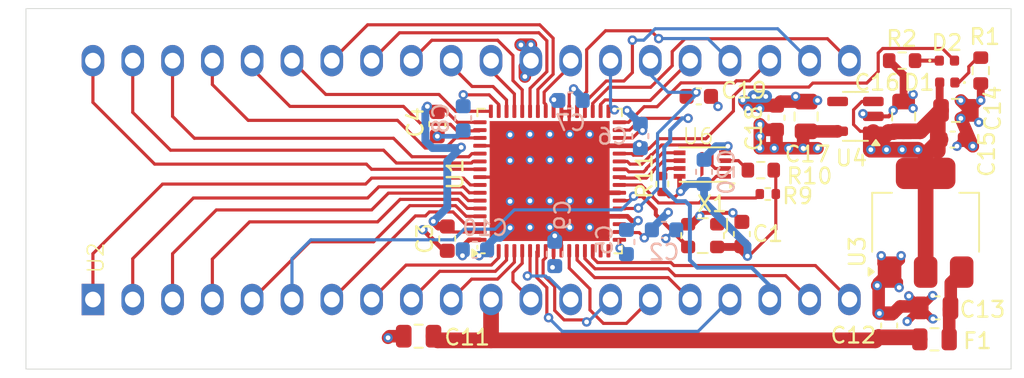
<source format=kicad_pcb>
(kicad_pcb (version 20240108) (generator "pcbnew") (generator_version "8.0")
  (title_block (comment 4 "AISLER Project ID: VUXPCCZR"))
  (layers (0 "F.Cu" signal) (1 "In1.Cu" power "GND.Cu") (2 "In2.Cu" power) (31 "B.Cu" signal) (34 "B.Paste" user) (35 "F.Paste" user) (36 "B.SilkS" user "B.Silkscreen") (37 "F.SilkS" user "F.Silkscreen") (38 "B.Mask" user) (39 "F.Mask" user) (44 "Edge.Cuts" user))
  (net 0 "")
  (net 1 "/prj_io8")
  (net 2 "/prj_io30")
  (net 3 "/prj_io24")
  (net 4 "/prj_io16")
  (net 5 "GND")
  (net 6 "+3V3")
  (net 7 "/prj_io34")
  (net 8 "/prj_io35")
  (net 9 "/prj_io21")
  (net 10 "/prj_io28")
  (net 11 "gpio")
  (net 12 "flash_io0")
  (net 13 "/prj_io33")
  (net 14 "/prj_io29")
  (net 15 "/prj_io22")
  (net 16 "+1V8")
  (net 17 "/prj_io15")
  (net 18 "/prj_io17")
  (net 19 "~{SOC_RST}")
  (net 20 "/prj_io9")
  (net 21 "/prj_io12")
  (net 22 "/prj_io20")
  (net 23 "flash_csb")
  (net 24 "osc_out")
  (net 25 "/prj_io23")
  (net 26 "/prj_io37")
  (net 27 "/prj_io26")
  (net 28 "flash_io1")
  (net 29 "flash_clk")
  (net 30 "/prj_io25")
  (net 31 "/prj_io31")
  (net 33 "/prj_io13")
  (net 34 "/prj_io7")
  (net 35 "/prj_io10")
  (net 36 "/prj_io36")
  (net 37 "/prj_io19")
  (net 38 "/prj_io14")
  (net 39 "/prj_io11")
  (net 40 "/prj_io27")
  (net 41 "/prj_io18")
  (net 42 "/prj_io32")
  (net 43 "/prj_io6")
  (net 44 "/prj_io4")
  (net 45 "/prj_io5")
  (net 46 "/prj_io1")
  (net 47 "/prj_io0")
  (net 48 "/prj_io2")
  (net 49 "/prj_io3")
  (net 50 "+5V")
  (net 51 "Net-(D1-K)")
  (net 52 "Net-(D2-K)")
  (net 55 "/VIN")
  (net 56 "Net-(U6-~{WP}(IO_{2}))")
  (net 57 "Net-(U6-~{HOLD}(IO_{3}))")
  (footprint "Oscillator:Oscillator_SMD_ECS_2520MV-xxx-xx-4Pin_2.5x2.0mm" (layer "F.Cu") (at 157.77 86.9812 -90)
    (property "Reference" "X1")
    (property "Value" "10MHz")
  )
  (footprint "Capacitor_SMD:C_0603_1608Metric" (layer "F.Cu") (at 169.672 92.723 90)
    (property "Reference" "C12")
    (property "Value" "100nF")
  )
  (footprint "KiCadModels:IC_ADAPTER_ 220-1-40-006" (layer "F.Cu") (at 118.872 91.059 90)
    (property "Reference" "U2")
    (property "Value" "Z80CPU")
  )
  (footprint "Capacitor_SMD:C_0603_1608Metric" (layer "F.Cu") (at 157.525 78.1)
    (property "Reference" "C19")
    (property "Value" "1uF")
  )
  (footprint "Capacitor_SMD:C_0603_1608Metric" (layer "F.Cu") (at 141.478 87.175 90)
    (property "Reference" "C3")
    (property "Value" "100nF")
  )
  (footprint "Capacitor_SMD:C_0805_2012Metric" (layer "F.Cu") (at 172.632 91.594 180)
    (property "Reference" "C13")
    (property "Value" "10uF")
  )
  (footprint "Capacitor_SMD:C_0805_2012Metric" (layer "F.Cu") (at 139.65 93.4 180)
    (property "Reference" "C11")
    (property "Value" "10uF")
  )
  (footprint "Capacitor_SMD:C_0603_1608Metric" (layer "F.Cu") (at 160.274 86.881 -90)
    (property "Reference" "C1")
    (property "Value" "100nF")
  )
  (footprint "Package_TO_SOT_SMD:SOT-223-3_TabPin2" (layer "F.Cu") (at 171.99654 86.160941 90)
    (property "Reference" "U3")
    (property "Value" "AZ1117-3.3")
  )
  (footprint "Resistor_SMD:R_0603_1608Metric" (layer "F.Cu") (at 175.513 76.454 -90)
    (property "Reference" "R1")
    (property "Value" "3k3")
  )
  (footprint "Package_TO_SOT_SMD:SOT-23-5" (layer "F.Cu") (at 167.5185 79.375 180)
    (property "Reference" "U4")
    (property "Value" "AP2112K-1.8")
  )
  (footprint "Capacitor_SMD:C_0805_2012Metric" (layer "F.Cu") (at 164.369 79.383 90)
    (property "Reference" "C17")
    (property "Value" "10uF")
  )
  (footprint "Fuse:Fuse_0805_2012Metric" (layer "F.Cu") (at 172.5625 93.6)
    (property "Reference" "F1")
    (property "Value" "350mA")
  )
  (footprint "Resistor_SMD:R_0603_1608Metric" (layer "F.Cu") (at 170.497 75.819 180)
    (property "Reference" "R2")
    (property "Value" "3k3")
  )
  (footprint "Capacitor_SMD:C_0805_2012Metric" (layer "F.Cu") (at 170.592 79.378 90)
    (property "Reference" "C16")
    (property "Value" "10uF")
  )
  (footprint "Resistor_SMD:R_0402_1005Metric" (layer "F.Cu") (at 155.2 83.691 -90)
    (property "Reference" "R11")
    (property "Value" "10k")
  )
  (footprint "Capacitor_SMD:C_0603_1608Metric" (layer "F.Cu") (at 162.4838 79.4636 90)
    (property "Reference" "C18")
    (property "Value" "100nF")
  )
  (footprint "Capacitor_SMD:C_0805_2012Metric" (layer "F.Cu") (at 173.929 78.994)
    (property "Reference" "C14")
    (property "Value" "22uF")
  )
  (footprint "LED_SMD:LED_0402_1005Metric" (layer "F.Cu") (at 173.378 77.216 180)
    (property "Reference" "D1")
    (property "Value" "LED")
  )
  (footprint "Package_DFN_QFN:QFN-64-1EP_9x9mm_P0.5mm_EP7.65x7.65mm" (layer "F.Cu") (at 148.01 83.5008 90)
    (property "Reference" "U1")
    (property "Value" "Caravel_QFN" (hide yes))
  )
  (footprint "Capacitor_SMD:C_0603_1608Metric" (layer "F.Cu") (at 173.722 80.854)
    (property "Reference" "C15")
    (property "Value" "100nF")
  )
  (footprint "Resistor_SMD:R_0402_1005Metric" (layer "F.Cu") (at 161.927 84.328 180)
    (property "Reference" "R9")
    (property "Value" "10k")
  )
  (footprint "KiCadModels:UDFN-8-1EP-2x3mm_P0.5mm_EP1.6x0.2mm" (layer "F.Cu") (at 157.725 82.45 90)
    (property "Reference" "U6")
    (property "Value" "AT25EU0081A" (hide yes))
  )
  (footprint "Capacitor_SMD:C_0603_1608Metric" (layer "F.Cu") (at 140.843 79.87 -90)
    (property "Reference" "C4")
    (property "Value" "100nF")
  )
  (footprint "LED_SMD:LED_0402_1005Metric" (layer "F.Cu") (at 173.354 75.819)
    (property "Reference" "D2")
    (property "Value" "LED")
  )
  (footprint "Resistor_SMD:R_0603_1608Metric" (layer "F.Cu") (at 161.481 82.804)
    (property "Reference" "R10")
    (property "Value" "10k")
  )
  (footprint "Capacitor_SMD:C_0603_1608Metric" (layer "B.Cu") (at 149.339 78.359)
    (property "Reference" "C7")
    (property "Value" "100nF")
  )
  (footprint "Capacitor_SMD:C_0603_1608Metric" (layer "B.Cu") (at 148.336 88.151 90)
    (property "Reference" "C9")
    (property "Value" "100nF")
  )
  (footprint "Capacitor_SMD:C_0603_1608Metric" (layer "B.Cu") (at 152.908 87.389 -90)
    (property "Reference" "C5")
    (property "Value" "100nF")
  )
  (footprint "Capacitor_SMD:C_0603_1608Metric" (layer "B.Cu") (at 155.308 86.614)
    (property "Reference" "C2")
    (property "Value" "100nF")
  )
  (footprint "Capacitor_SMD:C_0603_1608Metric" (layer "B.Cu") (at 157.861 82.918 90)
    (property "Reference" "C20")
    (property "Value" "100nF")
  )
  (footprint "Capacitor_SMD:C_0603_1608Metric" (layer "B.Cu") (at 142.494 79.5 -90)
    (property "Reference" "C8")
    (property "Value" "100nF")
  )
  (footprint "Capacitor_SMD:C_0603_1608Metric" (layer "B.Cu") (at 153.797 80.632 -90)
    (property "Reference" "C6")
    (property "Value" "100nF")
  )
  (footprint "Capacitor_SMD:C_0603_1608Metric" (layer "B.Cu") (at 143.243 87.884 180)
    (property "Reference" "C10")
    (property "Value" "100nF")
  )
  (gr_rect (start 114.6 72.5) (end 177.45 95.5) (stroke (width 0.05)) (fill none) (layer "Edge.Cuts"))
  (segment (start 147.26 79.0508) (end 147.26 77.659184) (width 0.2) (layer "F.Cu") (net 1))
  (segment (start 147.377686 73.533) (end 136.398 73.533) (width 0.2) (layer "F.Cu") (net 1))
  (segment (start 148.232 74.387314) (end 147.377686 73.533) (width 0.2) (layer "F.Cu") (net 1))
  (segment (start 148.232 76.687184) (end 148.232 74.387314) (width 0.2) (layer "F.Cu") (net 1))
  (segment (start 147.26 77.659184) (end 148.232 76.687184) (width 0.2) (layer "F.Cu") (net 1))
  (segment (start 136.398 73.533) (end 134.112 75.819) (width 0.2) (layer "F.Cu") (net 1))
  (segment (start 147.832 92.110028) (end 147.939486 92.217514) (width 0.2) (layer "F.Cu") (net 2))
  (segment (start 147.26 87.9508) (end 147.193 88.0178) (width 0.2) (layer "F.Cu") (net 2))
  (segment (start 147.193 88.0178) (end 147.193 89.662) (width 0.2) (layer "F.Cu") (net 2))
  (segment (start 147.832 90.301) (end 147.832 92.110028) (width 0.2) (layer "F.Cu") (net 2))
  (segment (start 147.193 89.662) (end 147.832 90.301) (width 0.2) (layer "F.Cu") (net 2))
  (via (at 147.939486 92.217514) (size 0.6) (drill 0.3) (layers "F.Cu" "B.Cu") (net 2))
  (segment (start 147.939486 92.217514) (end 148.812972 93.091) (width 0.2) (layer "B.Cu") (net 2))
  (segment (start 148.812972 93.091) (end 157.48 93.091) (width 0.2) (layer "B.Cu") (net 2))
  (segment (start 157.48 93.091) (end 159.512 91.059) (width 0.2) (layer "B.Cu") (net 2))
  (segment (start 143.56 86.2508) (end 142.62237 86.2508) (width 0.2) (layer "F.Cu") (net 3))
  (segment (start 142.62237 86.2508) (end 141.84257 85.471) (width 0.2) (layer "F.Cu") (net 3))
  (segment (start 139.446 85.725) (end 134.112 91.059) (width 0.2) (layer "F.Cu") (net 3))
  (segment (start 141.84257 85.471) (end 140.340471 85.471) (width 0.2) (layer "F.Cu") (net 3))
  (segment (start 140.340471 85.471) (end 140.086471 85.725) (width 0.2) (layer "F.Cu") (net 3))
  (segment (start 140.086471 85.725) (end 139.446 85.725) (width 0.2) (layer "F.Cu") (net 3))
  (segment (start 139.2278 81.9508) (end 142.854928 81.9508) (width 0.2) (layer "F.Cu") (net 4))
  (segment (start 143.054928 81.7508) (end 143.56 81.7508) (width 0.2) (layer "F.Cu") (net 4))
  (segment (start 123.952 75.819) (end 123.952 79.375) (width 0.2) (layer "F.Cu") (net 4))
  (segment (start 123.952 79.375) (end 125.349 80.772) (width 0.2) (layer "F.Cu") (net 4))
  (segment (start 125.349 80.772) (end 138.049 80.772) (width 0.2) (layer "F.Cu") (net 4))
  (segment (start 142.854928 81.9508) (end 143.054928 81.7508) (width 0.2) (layer "F.Cu") (net 4))
  (segment (start 138.049 80.772) (end 139.2278 81.9508) (width 0.2) (layer "F.Cu") (net 4))
  (segment (start 157.584669 85.725) (end 157.053469 86.2562) (width 0.5) (layer "F.Cu") (net 5))
  (segment (start 148.76 79.7834) (end 148.0254 80.518) (width 0.2) (layer "F.Cu") (net 5))
  (segment (start 174.497 80.854) (end 175.006 81.28) (width 0.8) (layer "F.Cu") (net 5))
  (segment (start 148.76 87.9508) (end 148.76 87.419) (width 0.2) (layer "F.Cu") (net 5))
  (segment (start 169.164 88.778401) (end 169.69654 89.310941) (width 0.5) (layer "F.Cu") (net 5))
  (segment (start 158.75 78.55) (end 158.3 78.1) (width 0.2) (layer "F.Cu") (net 5))
  (segment (start 169.69654 89.310941) (end 169 90.007481) (width 0.8) (layer "F.Cu") (net 5))
  (segment (start 158.75 78.74) (end 158.75 78.55) (width 0.2) (layer "F.Cu") (net 5))
  (segment (start 169.926 91.948) (end 169.048 91.948) (width 0.8) (layer "F.Cu") (net 5))
  (segment (start 172.44816 90.82784) (end 171.682 91.594) (width 0.5) (layer "F.Cu") (net 5))
  (segment (start 170.307 89.921401) (end 169.69654 89.310941) (width 0.5) (layer "F.Cu") (net 5))
  (segment (start 152.46 81.2508) (end 150.26 81.2508) (width 0.3) (layer "F.Cu") (net 5))
  (segment (start 146.812 75.454) (end 146.812 75.454) (width 0.8) (layer "F.Cu") (net 5))
  (segment (start 148.76 86.3236) (end 148.4064 85.97) (width 0.2) (layer "F.Cu") (net 5))
  (segment (start 143.56 83.2508) (end 146.5536 83.2508) (width 0.2) (layer "F.Cu") (net 5))
  (segment (start 159.6972 85.5292) (end 157.780469 85.5292) (width 0.254) (layer "F.Cu") (net 5))
  (segment (start 153.645688 81.2508) (end 152.46 81.2508) (width 0.3) (layer "F.Cu") (net 5))
  (segment (start 146.431 76.2) (end 146.812 75.819) (width 0.8) (layer "F.Cu") (net 5))
  (segment (start 175.514 77.28) (end 175.513 77.279) (width 0.5) (layer "F.Cu") (net 5))
  (segment (start 168.656 79.375) (end 168.163601 79.375) (width 0.254) (layer "F.Cu") (net 5))
  (segment (start 152.46 85.7508) (end 150.26 85.7508) (width 0.3) (layer "F.Cu") (net 5))
  (segment (start 174.879 78.994) (end 174.244 78.359) (width 0.8) (layer "F.Cu") (net 5))
  (segment (start 168.91 90.17) (end 169 90.26) (width 0.8) (layer "F.Cu") (net 5))
  (segment (start 172.384 92.296) (end 171.682 91.594) (width 0.5) (layer "F.Cu") (net 5))
  (segment (start 164.369 78.433) (end 162.7394 78.433) (width 0.8) (layer "F.Cu") (net 5))
  (segment (start 174.497 79.376) (end 174.879 78.994) (width 0.8) (layer "F.Cu") (net 5))
  (segment (start 159.385 81.28) (end 159.2 81.465) (width 0.5) (layer "F.Cu") (net 5))
  (segment (start 162.7394 78.433) (end 162.4838 78.6886) (width 0.8) (layer "F.Cu") (net 5))
  (segment (start 144.26 87.9508) (end 143.82 87.9508) (width 0.254) (layer "F.Cu") (net 5))
  (segment (start 175.514 78.359) (end 175.514 77.28) (width 0.5) (layer "F.Cu") (net 5))
  (segment (start 175.006 81.28) (end 174.244 79.502) (width 0.8) (layer "F.Cu") (net 5))
  (segment (start 169.926 79.094) (end 169.926 78.994) (width 0.254) (layer "F.Cu") (net 5))
  (segment (start 148.76 85.6164) (end 148.4064 84.573) (width 0.2) (layer "F.Cu") (net 5))
  (segment (start 146.161 74.803) (end 146.177 74.819) (width 0.8) (layer "F.Cu") (net 5))
  (segment (start 174.879 78.994) (end 175.514 78.359) (width 0.5) (layer "F.Cu") (net 5))
  (segment (start 170.434 88.265) (end 170.434 88.573481) (width 0.5) (layer "F.Cu") (net 5))
  (segment (start 168.163601 79.375) (end 167.997244 79.208643) (width 0.254) (layer "F.Cu") (net 5))
  (segment (start 152.46 84.2508) (end 148.76 84.2508) (width 0.3) (layer "F.Cu") (net 5))
  (segment (start 148.76 79.0508) (end 148.76 79.7834) (width 0.2) (layer "F.Cu") (net 5))
  (segment (start 171.7 91.5) (end 170.374 91.5) (width 0.8) (layer "F.Cu") (net 5))
  (segment (start 170.82 92.456) (end 171.682 91.594) (width 0.5) (layer "F.Cu") (net 5))
  (segment (start 137.8 93.4) (end 137.7 93.5) (width 0.8) (layer "F.Cu") (net 5))
  (segment (start 169.164 88.265) (end 169.164 88.778401) (width 0.5) (layer "F.Cu") (net 5))
  (segment (start 148.76 79.0508) (end 149.26 79.0508) (width 0.2) (layer "F.Cu") (net 5))
  (segment (start 170.924 90.772) (end 170.924 90.836) (width 0.5) (layer "F.Cu") (net 5))
  (segment (start 162.4838 78.6886) (end 160.694311 78.6886) (width 0.8) (layer "F.Cu") (net 5))
  (segment (start 139.92428 86.604918) (end 141.269362 87.95) (width 0.3) (layer "F.Cu") (net 5))
  (segment (start 146.812 75.454) (end 146.812 74.803) (width 0.8) (layer "F.Cu") (net 5))
  (segment (start 160.694311 78.6886) (end 160.435997 78.430286) (width 0.8) (layer "F.Cu") (net 5))
  (segment (start 146.431 76.835) (end 146.431 76.2) (width 0.8) (layer "F.Cu") (net 5))
  (segment (start 138.7 93.4) (end 137.8 93.4) (width 0.8) (layer "F.Cu") (net 5))
  (segment (start 143.56 81.2508) (end 145.76 81.2508) (width 0.2) (layer "F.Cu") (net 5))
  (segment (start 170.374 91.5) (end 169.926 91.948) (width 0.8) (layer "F.Cu") (net 5))
  (segment (start 172.44816 90.809255) (end 172.44816 90.82784) (width 0.5) (layer "F.Cu") (net 5))
  (segment (start 169.048 91.948) (end 169 91.9) (width 0.8) (layer "F.Cu") (net 5))
  (segment (start 141.269362 87.95) (end 141.478 87.95) (width 0.3) (layer "F.Cu") (net 5))
  (segment (start 170.924 90.836) (end 171.682 91.594) (width 0.5) (layer "F.Cu") (net 5))
  (segment (start 145.3062 83.2508) (end 143.56 83.2508) (width 0.2) (layer "F.Cu") (net 5))
  (segment (start 170.307 90.297) (end 170.307 89.921401) (width 0.5) (layer "F.Cu") (net 5))
  (segment (start 170.434 88.573481) (end 169.69654 89.310941) (width 0.5) (layer "F.Cu") (net 5))
  (segment (start 157.780469 85.5292) (end 157.584669 85.725) (width 0.254) (layer "F.Cu") (net 5))
  (segment (start 174.244 79.502) (end 174.497 79.376) (width 0.8) (layer "F.Cu") (net 5))
  (segment (start 172.466 92.296) (end 172.384 92.296) (width 0.5) (layer "F.Cu") (net 5))
  (segment (start 169 90.26) (end 169 91.9) (width 0.8) (layer "F.Cu") (net 5))
  (segment (start 169 90.007481) (end 169 90.08) (width 0.8) (layer "F.Cu") (net 5))
  (segment (start 149.26 79.0508) (end 149.26 80.4826) (width 0.2) (layer "F.Cu") (net 5))
  (segment (start 173.995 81.28) (end 174.421 80.854) (width 0.5) (layer "F.Cu") (net 5))
  (segment (start 168.656 79.375) (end 169.645 79.375) (width 0.254) (layer "F.Cu") (net 5))
  (segment (start 148.4064 84.573) (end 148.76 84.2508) (width 0.2) (layer "F.Cu") (net 5))
  (segment (start 148.4064 85.97) (end 148.76 85.6164) (width 0.2) (layer "F.Cu") (net 5))
  (segment (start 157.053469 86.2562) (end 156.845 86.2562) (width 0.5) (layer "F.Cu") (net 5))
  (segment (start 152.970096 85.7508) (end 152.46 85.7508) (width 0.3) (layer "F.Cu") (net 5))
  (segment (start 153.652471 86.024665) (end 153.243961 86.024665) (width 0.3) (layer "F.Cu") (net 5))
  (segment (start 148.76 87.9508) (end 148.76 86.3236) (width 0.2) (layer "F.Cu") (net 5))
  (segment (start 143.82 87.9508) (end 143.51 88.2608) (width 0.254) (layer "F.Cu") (net 5))
  (segment (start 170.026 78.994) (end 170.592 78.428) (width 0.254) (layer "F.Cu") (net 5))
  (segment (start 169.926 78.994) (end 170.026 78.994) (width 0.254) (layer "F.Cu") (net 5))
  (segment (start 153.243961 86.024665) (end 152.970096 85.7508) (width 0.3) (layer "F.Cu") (net 5))
  (segment (start 169.645 79.375) (end 169.926 79.094) (width 0.254) (layer "F.Cu") (net 5))
  (segment (start 169 90.08) (end 168.91 90.17) (width 0.8) (layer "F.Cu") (net 5))
  (segment (start 160.274 86.106) (end 159.6972 85.5292) (width 0.254) (layer "F.Cu") (net 5))
  (segment (start 170.592 76.739) (end 169.672 75.819) (width 0.5) (layer "F.Cu") (net 5))
  (segment (start 153.721344 81.175144) (end 153.645688 81.2508) (width 0.3) (layer "F.Cu") (net 5))
  (segment (start 159.2 81.465) (end 159.2 81.6) (width 0.5) (layer "F.Cu") (net 5))
  (segment (start 146.812 74.803) (end 146.161 74.803) (width 0.8) (layer "F.Cu") (net 5))
  (segment (start 149.26 80.4826) (end 149.2954 80.518) (width 0.2) (layer "F.Cu") (net 5))
  (segment (start 146.812 75.819) (end 146.812 75.454) (width 0.8) (layer "F.Cu") (net 5))
  (segment (start 170.592 78.428) (end 170.592 76.739) (width 0.5) (layer "F.Cu") (net 5))
  (segment (start 149.26 77.902982) (end 149.26 79.0508) (width 0.2) (layer "F.Cu") (net 5))
  (segment (start 149.54 77.622982) (end 149.26 77.902982) (width 0.2) (layer "F.Cu") (net 5))
  (segment (start 148.76 87.419) (end 148.336 86.995) (width 0.2) (layer "F.Cu") (net 5))
  (via (at 149.2954 84.7635) (size 0.55) (drill 0.3) (layers "F.Cu" "B.Cu") (net 5))
  (via (at 150.5654 82.16) (size 0.55) (drill 0.3) (layers "F.Cu" "B.Cu") (net 5))
  (via (at 149.54 77.622982) (size 0.6) (drill 0.3) (layers "F.Cu" "B.Cu") (net 5))
  (via (at 172.44816 90.809255) (size 0.6) (drill 0.3) (layers "F.Cu" "B.Cu") (net 5))
  (via (at 160.335997 78.330286) (size 0.6) (drill 0.3) (layers "F.Cu" "B.Cu") (net 5))
  (via (at 146.812 74.803) (size 0.6) (drill 0.3) (layers "F.Cu" "B.Cu") (net 5))
  (via (at 161.036 78.105) (size 0.6) (drill 0.3) (layers "F.Cu" "B.Cu") (net 5))
  (via (at 148.0254 86.45525) (size 0.55) (drill 0.3) (layers "F.Cu" "B.Cu") (net 5))
  (via (at 157.584669 85.725) (size 0.6) (drill 0.3) (layers "F.Cu" "B.Cu") (net 5))
  (via (at 163.703 78.105) (size 0.6) (drill 0.3) (layers "F.Cu" "B.Cu") (net 5))
  (via (at 169.048 91.948) (size 0.6) (drill 0.3) (layers "F.Cu" "B.Cu") (net 5))
  (via (at 170.924 90.836) (size 0.6) (drill 0.3) (layers "F.Cu" "B.Cu") (net 5))
  (via (at 169.926 78.994) (size 0.6) (drill 0.3) (layers "F.Cu" "B.Cu") (net 5))
  (via (at 170.307 90.297) (size 0.6) (drill 0.3) (layers "F.Cu" "B.Cu") (net 5))
  (via (at 140.843 80.645) (size 0.6) (drill 0.3) (layers "F.Cu" "B.Cu") (net 5))
  (via (at 158.75 78.74) (size 0.6) (drill 0.3) (layers "F.Cu" "B.Cu") (net 5))
  (via (at 149.2954 80.518) (size 0.55) (drill 0.3) (layers "F.Cu" "B.Cu") (net 5))
  (via (at 146.7554 86.45525) (size 0.55) (drill 0.3) (layers "F.Cu" "B.Cu") (net 5))
  (via (at 148.336 86.995) (size 0.6) (drill 0.3) (layers "F.Cu" "B.Cu") (net 5))
  (via (at 153.721344 81.175144) (size 0.6) (drill 0.3) (layers "F.Cu" "B.Cu") (net 5))
  (via (at 150.5654 80.518) (size 0.55) (drill 0.3) (layers "F.Cu" "B.Cu") (net 5))
  (via (at 149.2954 86.45525) (size 0.55) (drill 0.3) (layers "F.Cu" "B.Cu") (net 5))
  (via (at 146.7554 84.7635) (size 0.55) (drill 0.3) (layers "F.Cu" "B.Cu") (net 5))
  (via (at 148.0254 80.518) (size 0.55) (drill 0.3) (layers "F.Cu" "B.Cu") (net 5))
  (via (at 146.431 76.835) (size 0.6) (drill 0.3) (layers "F.Cu" "B.Cu") (net 5))
  (via (at 161.417 78.867) (size 0.6) (drill 0.3) (layers "F.Cu" "B.Cu") (net 5))
  (via (at 148.0254 82.16) (size 0.55) (drill 0.3) (layers "F.Cu" "B.Cu") (net 5))
  (via (at 146.7554 82.16) (size 0.55) (drill 0.3) (layers "F.Cu" "B.Cu") (net 5))
  (via (at 143.51 88.2608) (size 0.6) (drill 0.3) (layers "F.Cu" "B.Cu") (net 5))
  (via (at 146.7554 80.518) (size 0.55) (drill 0.3) (layers "F.Cu" "B.Cu") (net 5))
  (via (at 153.652471 86.024665) (size 0.6) (drill 0.3) (layers "F.Cu" "B.Cu") (net 5))
  (via (at 145.4854 80.54975) (size 0.55) (drill 0.3) (layers "F.Cu" "B.Cu") (net 5))
  (via (at 171.196 77.978) (size 0.6) (drill 0.3) (layers "F.Cu" "B.Cu") (net 5))
  (via (at 150.5654 86.45525) (size 0.55) (drill 0.3) (layers "F.Cu" "B.Cu") (net 5))
  (via (at 169.164 88.265) (size 0.6) (drill 0.3) (layers "F.Cu" "B.Cu") (net 5))
  (via (at 175.006 81.28) (size 0.6) (drill 0.3) (layers "F.Cu" "B.Cu") (net 5))
  (via (at 137.7 93.5) (size 0.6) (drill 0.3) (layers "F.Cu" "B.Cu") (net 5))
  (via (at 145.4854 82.19175) (size 0.55) (drill 0.3) (layers "F.Cu" "B.Cu") (net 5))
  (via (at 170.82 92.456) (size 0.6) (drill 0.3) (layers "F.Cu" "B.Cu") (net 5))
  (via (at 167.997244 79.208643) (size 0.6) (drill 0.3) (layers "F.Cu" "B.Cu") (net 5))
  (via (at 148.0254 84.7635) (size 0.55) (drill 0.3) (layers "F.Cu" "B.Cu") (net 5))
  (via (at 160.655 78.867) (size 0.6) (drill 0.3) (layers "F.Cu" "B.Cu") (net 5))
  (via (at 168.91 90.17) (size 0.6) (drill 0.3) (layers "F.Cu" "B.Cu") (net 5))
  (via (at 161.798 78.105) (size 0.6) (drill 0.3) (layers "F.Cu" "B.Cu") (net 5))
  (via (at 174.244 78.359) (size 0.6) (drill 0.3) (layers "F.Cu" "B.Cu") (net 5))
  (via (at 175.514 78.359) (size 0.6) (drill 0.3) (layers "F.Cu" "B.Cu") (net 5))
  (via (at 139.92428 86.604918) (size 0.6) (drill 0.3) (layers "F.Cu" "B.Cu") (net 5))
  (via (at 175.387 79.756) (size 0.6) (drill 0.3) (layers "F.Cu" "B.Cu") (net 5))
  (via (at 159.385 81.28) (size 0.6) (drill 0.3) (layers "F.Cu" "B.Cu") (net 5))
  (via (at 145.4854 84.79525) (size 0.55) (drill 0.3) (layers "F.Cu" "B.Cu") (net 5))
  (via (at 171.196 78.867) (size 0.6) (drill 0.3) (layers "F.Cu" "B.Cu") (net 5))
  (via (at 145.4854 86.487) (size 0.55) (drill 0.3) (layers "F.Cu" "B.Cu") (net 5))
  (via (at 155.4199 87.167813) (size 0.6) (drill 0.3) (layers "F.Cu" "B.Cu") (net 5))
  (via (at 170.434 88.265) (size 0.6) (drill 0.3) (layers "F.Cu" "B.Cu") (net 5))
  (via (at 150.5654 84.7635) (size 0.55) (drill 0.3) (layers "F.Cu" "B.Cu") (net 5))
  (via (at 165.1 78.359) (size 0.6) (drill 0.3) (layers "F.Cu" "B.Cu") (net 5))
  (via (at 149.2954 82.16) (size 0.55) (drill 0.3) (layers "F.Cu" "B.Cu") (net 5))
  (via (at 174.244 79.502) (size 0.6) (drill 0.3) (layers "F.Cu" "B.Cu") (net 5))
  (via (at 146.177 74.819) (size 0.6) (drill 0.3) (layers "F.Cu" "B.Cu") (net 5))
  (via (at 173.995 81.28) (size 0.6) (drill 0.3) (layers "F.Cu" "B.Cu") (net 5))
  (via (at 159.6972 85.5292) (size 0.6) (drill 0.3) (layers "F.Cu" "B.Cu") (net 5))
  (via (at 172.466 92.296) (size 0.6) (drill 0.3) (layers "F.Cu" "B.Cu") (net 5))
  (segment (start 155.973713 86.614) (end 155.4199 87.167813) (width 0.2) (layer "B.Cu") (net 5))
  (segment (start 156.083 86.614) (end 155.973713 86.614) (width 0.2) (layer "B.Cu") (net 5))
  (segment (start 159.385 81.28) (end 158.623 81.28) (width 0.5) (layer "B.Cu") (net 5))
  (segment (start 144.526 87.122) (end 144.8504 87.122) (width 0.5) (layer "B.Cu") (net 5))
  (segment (start 150.114 78.196982) (end 150.114 78.359) (width 0.5) (layer "B.Cu") (net 5))
  (segment (start 149.54 77.622982) (end 150.114 78.196982) (width 0.5) (layer "B.Cu") (net 5))
  (segment (start 158.623 81.28) (end 157.861 82.042) (width 0.5) (layer "B.Cu") (net 5))
  (segment (start 153.652471 86.024665) (end 153.063136 86.614) (width 0.254) (layer "B.Cu") (net 5))
  (segment (start 144.018 87.884) (end 144.018 87.63) (width 0.5) (layer "B.Cu") (net 5))
  (segment (start 144.018 87.63) (end 144.526 87.122) (width 0.5) (layer "B.Cu") (net 5))
  (segment (start 142.124 80.645) (end 142.494 80.275) (width 0.3) (layer "B.Cu") (net 5))
  (segment (start 160.810714 78.330286) (end 161.036 78.105) (width 0.2) (layer "B.Cu") (net 5))
  (segment (start 157.861 82.042) (end 157.861 82.143) (width 0.5) (layer "B.Cu") (net 5))
  (segment (start 144.8504 87.122) (end 145.4854 86.487) (width 0.5) (layer "B.Cu") (net 5))
  (segment (start 160.335997 78.330286) (end 160.810714 78.330286) (width 0.2) (layer "B.Cu") (net 5))
  (segment (start 161.036 78.105) (end 161.798 78.105) (width 0.8) (layer "B.Cu") (net 5))
  (segment (start 153.063136 86.614) (end 152.908 86.614) (width 0.254) (layer "B.Cu") (net 5))
  (segment (start 140.843 80.645) (end 142.124 80.645) (width 0.3) (layer "B.Cu") (net 5))
  (segment (start 172.979 78.994) (end 171.645 80.328) (width 1) (layer "F.Cu") (net 6))
  (segment (start 160.715529 88.291) (end 160.6296 88.291) (width 0.2) (layer "F.Cu") (net 6))
  (segment (start 156.3622 84.1622) (end 156.0244 84.5) (width 0.2) (layer "F.Cu") (net 6))
  (segment (start 156.3 83.2) (end 156.3 84.1) (width 0.3) (layer "F.Cu") (net 6))
  (segment (start 168.656 78.425) (end 167.932358 78.425) (width 0.2) (layer "F.Cu") (net 6))
  (segment (start 168.5 80.531) (end 168.656 80.375) (width 1) (layer "F.Cu") (net 6))
  (segment (start 169.5 81.5) (end 170.5 81.5) (width 1) (layer "F.Cu") (net 6))
  (segment (start 144.76 79.0508) (end 144.76 78.611414) (width 0.2) (layer "F.Cu") (net 6))
  (segment (start 162.437 82.935) (end 162.306 82.804) (width 0.2) (layer "F.Cu") (net 6))
  (segment (start 142.448906 88.26102) (end 142.448906 87.675094) (width 0.3) (layer "F.Cu") (net 6))
  (segment (start 142.8732 87.2508) (end 143.56 87.2508) (width 0.3) (layer "F.Cu") (net 6))
  (segment (start 152.46 87.7408) (end 152.5016 87.7824) (width 0.254) (layer "F.Cu") (net 6))
  (segment (start 171.99654 83.010941) (end 171.99654 81.80446) (width 1) (layer "F.Cu") (net 6))
  (segment (start 160.274 87.656) (end 160.274 87.9354) (width 0.5) (layer "F.Cu") (net 6))
  (segment (start 168.5 81.5) (end 169.5 81.5) (width 1) (layer "F.Cu") (net 6))
  (segment (start 171.99654 81.80446) (end 172.947 80.854) (width 1) (layer "F.Cu") (net 6))
  (segment (start 167.932358 78.425) (end 167.397244 78.960114) (width 0.2) (layer "F.Cu") (net 6))
  (segment (start 160.2238 87.7062) (end 158.695 87.7062) (width 0.5) (layer "F.Cu") (net 6))
  (segment (start 153.774786 80.273173) (end 153.937389 80.273173) (width 0.2) (layer "F.Cu") (net 6))
  (segment (start 160.274 87.656) (end 160.2238 87.7062) (width 0.5) (layer "F.Cu") (net 6))
  (segment (start 172.979 78.994) (end 172.893 78.908) (width 0.5) (layer "F.Cu") (net 6))
  (segment (start 170.5 81.5) (end 171.5 81.5) (width 1) (layer "F.Cu") (net 6))
  (segment (start 172.772 79.201) (end 172.772 81.579) (width 1) (layer "F.Cu") (net 6))
  (segment (start 148.26 78.331155) (end 148.26 79.0508) (width 0.2) (layer "F.Cu") (net 6))
  (segment (start 162.437 86.569529) (end 160.715529 88.291) (width 0.2) (layer "F.Cu") (net 6))
  (segment (start 168.5 81.5) (end 168.5 80.531) (width 1) (layer "F.Cu") (net 6))
  (segment (start 144.76 78.611414) (end 144.148586 78) (width 0.2) (layer "F.Cu") (net 6))
  (segment (start 167.397244 78.960114) (end 167.397244 79.894244) (width 0.2) (layer "F.Cu") (net 6))
  (segment (start 169.625 80.375) (end 169.942 80.375) (width 1) (layer "F.Cu") (net 6))
  (segment (start 172.979 78.994) (end 172.772 79.201) (width 1) (layer "F.Cu") (net 6))
  (segment (start 167.397244 79.894244) (end 167.828 80.325) (width 0.2) (layer "F.Cu") (net 6))
  (segment (start 162.437 84.328) (end 162.437 86.569529) (width 0.2) (layer "F.Cu") (net 6))
  (segment (start 168.5 81.5) (end 169.625 80.375) (width 1) (layer "F.Cu") (net 6))
  (segment (start 169.989 80.328) (end 170.592 80.328) (width 1) (layer "F.Cu") (net 6))
  (segment (start 148.193 89.007851) (end 148.26 88.940851) (width 0.2) (layer "F.Cu") (net 6))
  (segment (start 153.297159 80.7508) (end 153.774786 80.273173) (width 0.2) (layer "F.Cu") (net 6))
  (segment (start 156.0244 84.5) (end 155.63 84.5) (width 0.2) (layer "F.Cu") (net 6))
  (segment (start 148.26 88.940851) (end 148.26 87.9508) (width 0.2) (layer "F.Cu") (net 6))
  (segment (start 155.63 84.5) (end 155.2 84.07) (width 0.2) (layer "F.Cu") (net 6))
  (segment (start 169.942 80.375) (end 169.989 80.328) (width 1) (layer "F.Cu") (net 6))
  (segment (start 172.893 78.908) (end 172.893 77.216) (width 0.5) (layer "F.Cu") (net 6))
  (segment (start 171.645 80.328) (end 170.592 80.328) (width 1) (layer "F.Cu") (net 6))
  (segment (start 156.3 84.1) (end 156.3622 84.1622) (width 0.3) (layer "F.Cu") (net 6))
  (segment (start 171.99654 89.310941) (end 171.99654 83.010941) (width 1) (layer "F.Cu") (net 6))
  (segment (start 162.437 84.328) (end 162.437 82.935) (width 0.2) (layer "F.Cu") (net 6))
  (segment (start 148.279662 78.311493) (end 148.26 78.331155) (width 0.2) (layer "F.Cu") (net 6))
  (segment (start 152.46 80.7508) (end 153.297159 80.7508) (width 0.2) (layer "F.Cu") (net 6))
  (segment (start 167.828 80.325) (end 168.656 80.325) (width 0.2) (layer "F.Cu") (net 6))
  (segment (start 160.274 87.9354) (end 160.6296 88.291) (width 0.5) (layer "F.Cu") (net 6))
  (segment (start 142.448906 87.675094) (end 142.8732 87.2508) (width 0.3) (layer "F.Cu") (net 6))
  (segment (start 152.46 87.2508) (end 152.46 87.7408) (width 0.254) (layer "F.Cu") (net 6))
  (segment (start 144.148586 78) (end 142.5 78) (width 0.2) (layer "F.Cu") (net 6))
  (via (at 170.5 81.5) (size 0.6) (drill 0.3) (layers "F.Cu" "B.Cu") (net 6))
  (via (at 142.5 78) (size 0.6) (drill 0.3) (layers "F.Cu" "B.Cu") (net 6))
  (via (at 169.5 81.5) (size 0.6) (drill 0.3) (layers "F.Cu" "B.Cu") (net 6))
  (via (at 142.448906 88.26102) (size 0.6) (drill 0.3) (layers "F.Cu" "B.Cu") (net 6))
  (via (at 168.5 81.5) (size 0.6) (drill 0.3) (layers "F.Cu" "B.Cu") (net 6))
  (via (at 148.193 89.007851) (size 0.6) (drill 0.3) (layers "F.Cu" "B.Cu") (net 6))
  (via (at 152.5016 87.7824) (size 0.6) (drill 0.3) (layers "F.Cu" "B.Cu") (net 6))
  (via (at 160.6296 88.291) (size 0.6) (drill 0.3) (layers "F.Cu" "B.Cu") (net 6))
  (via (at 152.94479 79.003027) (size 0.6) (drill 0.3) (layers "F.Cu" "B.Cu") (net 6))
  (via (at 148.279662 78.311493) (size 0.6) (drill 0.3) (layers "F.Cu" "B.Cu") (net 6))
  (via (at 156.3622 84.1622) (size 0.6) (drill 0.3) (layers "F.Cu" "B.Cu") (net 6))
  (via (at 171.5 81.5) (size 0.6) (drill 0.3) (layers "F.Cu" "B.Cu") (net 6))
  (via (at 153.937389 80.273173) (size 0.6) (drill 0.3) (layers "F.Cu" "B.Cu") (net 6))
  (segment (start 142.494 78.725) (end 142.494 78.006) (width 0.2) (layer "B.Cu") (net 6))
  (segment (start 152.94479 79.003027) (end 152.94479 79.00479) (width 0.5) (layer "B.Cu") (net 6))
  (segment (start 153.937389 79.997389) (end 153.797 79.857) (width 0.2) (layer "B.Cu") (net 6))
  (segment (start 142.494 78.006) (end 142.5 78) (width 0.2) (layer "B.Cu") (net 6))
  (segment (start 157.861 83.693) (end 157.861 84.836) (width 0.5) (layer "B.Cu") (net 6))
  (segment (start 157.861 84.836) (end 160.6296 87.6046) (width 0.5) (layer "B.Cu") (net 6))
  (segment (start 160.6296 87.6046) (end 160.6296 88.291) (width 0.5) (layer "B.Cu") (net 6))
  (segment (start 156.8314 83.693) (end 156.3622 84.1622) (width 0.5) (layer "B.Cu") (net 6))
  (segment (start 152.94479 79.00479) (end 153.797 79.857) (width 0.5) (layer "B.Cu") (net 6))
  (segment (start 152.908 88.164) (end 152.5264 87.7824) (width 0.5) (layer "B.Cu") (net 6))
  (segment (start 142.448906 87.903094) (end 142.468 87.884) (width 0.2) (layer "B.Cu") (net 6))
  (segment (start 157.861 83.693) (end 156.8314 83.693) (width 0.5) (layer "B.Cu") (net 6))
  (segment (start 142.448906 88.26102) (end 142.448906 87.903094) (width 0.2) (layer "B.Cu") (net 6))
  (segment (start 152.5264 87.7824) (end 152.5016 87.7824) (width 0.5) (layer "B.Cu") (net 6))
  (segment (start 153.937389 80.273173) (end 153.937389 79.997389) (width 0.2) (layer "B.Cu") (net 6))
  (segment (start 163.068 89.535) (end 164.592 91.059) (width 0.2) (layer "F.Cu") (net 7))
  (segment (start 150.904129 89.1) (end 155.578686 89.1) (width 0.2) (layer "F.Cu") (net 7))
  (segment (start 150.26 88.455872) (end 150.904129 89.1) (width 0.2) (layer "F.Cu") (net 7))
  (segment (start 150.26 87.9508) (end 150.26 88.455872) (width 0.2) (layer "F.Cu") (net 7))
  (segment (start 155.578686 89.1) (end 156.013686 89.535) (width 0.2) (layer "F.Cu") (net 7))
  (segment (start 156.013686 89.535) (end 163.068 89.535) (width 0.2) (layer "F.Cu") (net 7))
  (segment (start 151.069814 88.7) (end 155.744371 88.7) (width 0.2) (layer "F.Cu") (net 8))
  (segment (start 164.964 88.891) (end 167.132 91.059) (width 0.2) (layer "F.Cu") (net 8))
  (segment (start 155.935371 88.891) (end 164.964 88.891) (width 0.2) (layer "F.Cu") (net 8))
  (segment (start 150.76 88.390186) (end 151.069814 88.7) (width 0.2) (layer "F.Cu") (net 8))
  (segment (start 150.76 87.9508) (end 150.76 88.390186) (width 0.2) (layer "F.Cu") (net 8))
  (segment (start 155.744371 88.7) (end 155.935371 88.891) (width 0.2) (layer "F.Cu") (net 8))
  (segment (start 126.746 85.344) (end 123.952 88.138) (width 0.2) (layer "F.Cu") (net 9))
  (segment (start 142.339625 84.271) (end 137.725 84.271) (width 0.2) (layer "F.Cu") (net 9))
  (segment (start 137.725 84.271) (end 136.652 85.344) (width 0.2) (layer "F.Cu") (net 9))
  (segment (start 136.652 85.344) (end 126.746 85.344) (width 0.2) (layer "F.Cu") (net 9))
  (segment (start 143.56 84.7508) (end 142.819428 84.7508) (width 0.2) (layer "F.Cu") (net 9))
  (segment (start 123.952 88.138) (end 123.952 91.059) (width 0.2) (layer "F.Cu") (net 9))
  (segment (start 142.819428 84.7508) (end 142.339625 84.271) (width 0.2) (layer "F.Cu") (net 9))
  (segment (start 146.26 87.9508) (end 146.26 88.747686) (width 0.2) (layer "F.Cu") (net 10))
  (segment (start 146.26 88.747686) (end 145.669 89.338686) (width 0.2) (layer "F.Cu") (net 10))
  (segment (start 145.669 89.338686) (end 145.669 89.916) (width 0.2) (layer "F.Cu") (net 10))
  (segment (start 145.669 89.916) (end 146.812 91.059) (width 0.2) (layer "F.Cu") (net 10))
  (segment (start 160.312754 77.505) (end 164.544734 77.505) (width 0.2) (layer "F.Cu") (net 11))
  (segment (start 154.381942 81.411) (end 154.992942 80.8) (width 0.2) (layer "F.Cu") (net 11))
  (segment (start 168.972 75.331352) (end 169.259352 75.044) (width 0.2) (layer "F.Cu") (net 11))
  (segment (start 164.798734 77.251) (end 168.239 77.251) (width 0.2) (layer "F.Cu") (net 11))
  (segment (start 152.46 81.7508) (end 153.2518 81.7508) (width 0.2) (layer "F.Cu") (net 11))
  (segment (start 164.544734 77.505) (end 164.798734 77.251) (width 0.2) (layer "F.Cu") (net 11))
  (segment (start 154.334018 81.411) (end 154.381942 81.411) (width 0.2) (layer "F.Cu") (net 11))
  (segment (start 168.972 76.518) (end 168.972 75.331352) (width 0.2) (layer "F.Cu") (net 11))
  (segment (start 159.735997 78.081757) (end 160.312754 77.505) (width 0.2) (layer "F.Cu") (net 11))
  (segment (start 169.259352 75.044) (end 173.064 75.044) (width 0.2) (layer "F.Cu") (net 11))
  (segment (start 168.239 77.251) (end 168.972 76.518) (width 0.2) (layer "F.Cu") (net 11))
  (segment (start 153.894218 81.8508) (end 154.334018 81.411) (width 0.2) (layer "F.Cu") (net 11))
  (segment (start 153.3518 81.8508) (end 153.894218 81.8508) (width 0.2) (layer "F.Cu") (net 11))
  (segment (start 154.992942 80.8) (end 157.972022 80.8) (width 0.2) (layer "F.Cu") (net 11))
  (segment (start 159.735997 79.036025) (end 159.735997 78.081757) (width 0.2) (layer "F.Cu") (net 11))
  (segment (start 157.972022 80.8) (end 159.735997 79.036025) (width 0.2) (layer "F.Cu") (net 11))
  (segment (start 153.2518 81.7508) (end 153.3518 81.8508) (width 0.2) (layer "F.Cu") (net 11))
  (segment (start 173.064 75.044) (end 173.839 75.819) (width 0.2) (layer "F.Cu") (net 11))
  (segment (start 155.224314 81.7) (end 156.3 81.7) (width 0.2) (layer "F.Cu") (net 12))
  (segment (start 154.18 82.744314) (end 154.18 82.69639) (width 0.2) (layer "F.Cu") (net 12))
  (segment (start 152.899386 82.7508) (end 153.060586 82.912) (width 0.2) (layer "F.Cu") (net 12))
  (segment (start 154.012314 82.912) (end 154.18 82.744314) (width 0.2) (layer "F.Cu") (net 12))
  (segment (start 153.060586 82.912) (end 154.012314 82.912) (width 0.2) (layer "F.Cu") (net 12))
  (segment (start 154.66539 82.211) (end 154.713314 82.211) (width 0.2) (layer "F.Cu") (net 12))
  (segment (start 152.46 82.7508) (end 152.899386 82.7508) (width 0.2) (layer "F.Cu") (net 12))
  (segment (start 154.18 82.69639) (end 154.66539 82.211) (width 0.2) (layer "F.Cu") (net 12))
  (segment (start 154.713314 82.211) (end 155.224314 81.7) (width 0.2) (layer "F.Cu") (net 12))
  (segment (start 149.76 87.9508) (end 149.76 88.540186) (width 0.2) (layer "F.Cu") (net 13))
  (segment (start 150.881814 89.662) (end 155.575 89.662) (width 0.2) (layer "F.Cu") (net 13))
  (segment (start 149.76 88.540186) (end 150.881814 89.662) (width 0.2) (layer "F.Cu") (net 13))
  (segment (start 155.575 89.662) (end 156.972 91.059) (width 0.2) (layer "F.Cu") (net 13))
  (segment (start 146.76 89.392) (end 146.76 87.9508) (width 0.2) (layer "F.Cu") (net 14))
  (segment (start 146.593 89.559) (end 146.76 89.392) (width 0.2) (layer "F.Cu") (net 14))
  (via (at 146.593 89.559) (size 0.6) (drill 0.3) (layers "F.Cu" "B.Cu") (net 14))
  (segment (start 147.862304 89.676) (end 147.969 89.676) (width 0.2) (layer "B.Cu") (net 14))
  (segment (start 147.969 89.676) (end 149.352 91.059) (width 0.2) (layer "B.Cu") (net 14))
  (segment (start 146.593 89.559) (end 147.745304 89.559) (width 0.2) (layer "B.Cu") (net 14))
  (segment (start 147.745304 89.559) (end 147.862304 89.676) (width 0.2) (layer "B.Cu") (net 14))
  (segment (start 143.56 85.2508) (end 142.753742 85.2508) (width 0.2) (layer "F.Cu") (net 15))
  (segment (start 128.8648 86.106) (end 126.492 88.4788) (width 0.2) (layer "F.Cu") (net 15))
  (segment (start 138.468 84.671) (end 137.033 86.106) (width 0.2) (layer "F.Cu") (net 15))
  (segment (start 142.753742 85.2508) (end 142.17394 84.671) (width 0.2) (layer "F.Cu") (net 15))
  (segment (start 142.17394 84.671) (end 138.468 84.671) (width 0.2) (layer "F.Cu") (net 15))
  (segment (start 137.033 86.106) (end 128.8648 86.106) (width 0.2) (layer "F.Cu") (net 15))
  (segment (start 126.492 88.4788) (end 126.492 91.059) (width 0.2) (layer "F.Cu") (net 15))
  (segment (start 141.105686 78.74) (end 142.121686 79.756) (width 0.2) (layer "F.Cu") (net 16))
  (segment (start 140.563 79.095) (end 140.843 79.095) (width 0.5) (layer "F.Cu") (net 16))
  (segment (start 166.373 80.333) (end 166.381 80.325) (width 0.8) (layer "F.Cu") (net 16))
  (segment (start 161.417 80.645) (end 161.417 81.407) (width 0.8) (layer "F.Cu") (net 16))
  (segment (start 152.46 86.7508) (end 152.498239 86.789039) (width 0.2) (layer "F.Cu") (net 16))
  (segment (start 140.918 86.4) (end 140.589 86.071) (width 0.5) (layer "F.Cu") (net 16))
  (segment (start 163.2585 81.407) (end 164.17925 81.407) (width 0.8) (layer "F.Cu") (net 16))
  (segment (start 162.4838 80.2386) (end 162.4838 81.26095) (width 0.8) (layer "F.Cu") (net 16))
  (segment (start 140.208 78.74) (end 141.105686 78.74) (width 0.2) (layer "F.Cu") (net 16))
  (segment (start 164.17925 80.52275) (end 164.369 80.333) (width 0.8) (layer "F.Cu") (net 16))
  (segment (start 161.417 79.883) (end 161.417 80.645) (width 0.8) (layer "F.Cu") (net 16))
  (segment (start 162.33775 81.407) (end 163.2585 81.407) (width 0.8) (layer "F.Cu") (net 16))
  (segment (start 141.478 86.4) (end 140.918 86.4) (width 0.5) (layer "F.Cu") (net 16))
  (segment (start 152.498239 86.789039) (end 153.718039 86.789039) (width 0.2) (layer "F.Cu") (net 16))
  (segment (start 162.4838 80.2386) (end 161.7726 80.2386) (width 0.8) (layer "F.Cu") (net 16))
  (segment (start 162.4838 81.26095) (end 162.33775 81.407) (width 0.8) (layer "F.Cu") (net 16))
  (segment (start 164.17925 81.407) (end 165.1 81.407) (width 0.8) (layer "F.Cu") (net 16))
  (segment (start 142.121686 79.756) (end 143.5548 79.756) (width 0.2) (layer "F.Cu") (net 16))
  (segment (start 140.208 78.74) (end 140.563 79.095) (width 0.5) (layer "F.Cu") (net 16))
  (segment (start 161.7726 80.2386) (end 161.417 79.883) (width 0.8) (layer "F.Cu") (net 16))
  (segment (start 164.17925 81.407) (end 164.17925 80.52275) (width 0.8) (layer "F.Cu") (net 16))
  (segment (start 143.5548 79.756) (end 143.56 79.7508) (width 0.2) (layer "F.Cu") (net 16))
  (segment (start 143.56 86.7508) (end 141.8288 86.7508) (width 0.2) (layer "F.Cu") (net 16))
  (segment (start 141.8288 86.7508) (end 141.478 86.4) (width 0.2) (layer "F.Cu") (net 16))
  (segment (start 153.718039 86.789039) (end 154.051 87.122) (width 0.2) (layer "F.Cu") (net 16))
  (segment (start 164.369 80.333) (end 166.373 80.333) (width 0.8) (layer "F.Cu") (net 16))
  (segment (start 161.417 81.407) (end 162.33775 81.407) (width 0.8) (layer "F.Cu") (net 16))
  (via (at 165.1 81.407) (size 0.6) (drill 0.3) (layers "F.Cu" "B.Cu") (net 16))
  (via (at 155.575 85.5) (size 0.6) (drill 0.3) (layers "F.Cu" "B.Cu") (net 16))
  (via (at 163.2585 81.407) (size 0.6) (drill 0.3) (layers "F.Cu" "B.Cu") (net 16))
  (via (at 161.417 81.407) (size 0.6) (drill 0.3) (layers "F.Cu" "B.Cu") (net 16))
  (via (at 140.208 78.74) (size 0.6) (drill 0.3) (layers "F.Cu" "B.Cu") (net 16))
  (via (at 164.17925 81.407) (size 0.6) (drill 0.3) (layers "F.Cu" "B.Cu") (net 16))
  (via (at 161.417 80.645) (size 0.6) (drill 0.3) (layers "F.Cu" "B.Cu") (net 16))
  (via (at 142.367 81.3508) (size 0.6) (drill 0.3) (layers "F.Cu" "B.Cu") (net 16))
  (via (at 140.589 86.071) (size 0.6) (drill 0.3) (layers "F.Cu" "B.Cu") (net 16))
  (via (at 162.33775 81.407) (size 0.6) (drill 0.3) (layers "F.Cu" "B.Cu") (net 16))
  (via (at 154.051 87.122) (size 0.6) (drill 0.3) (layers "F.Cu" "B.Cu") (net 16))
  (via (at 161.417 79.883) (size 0.6) (drill 0.3) (layers "F.Cu" "B.Cu") (net 16))
  (segment (start 141.478 85.182) (end 141.478 82.2398) (width 0.5) (layer "B.Cu") (net 16))
  (segment (start 141.478 82.2398) (end 142.367 81.3508) (width 0.5) (layer "B.Cu") (net 16))
  (segment (start 154.533 86.614) (end 154.533 86.542) (width 0.5) (layer "B.Cu") (net 16))
  (segment (start 140.589 86.071) (end 141.478 85.182) (width 0.5) (layer "B.Cu") (net 16))
  (segment (start 140.081 78.867) (end 140.081 80.943661) (width 0.5) (layer "B.Cu") (net 16))
  (segment (start 154.533 86.542) (end 155.575 85.5) (width 0.5) (layer "B.Cu") (net 16))
  (segment (start 154.051 87.096) (end 154.533 86.614) (width 0.2) (layer "B.Cu") (net 16))
  (segment (start 140.208 78.74) (end 140.081 78.867) (width 0.5) (layer "B.Cu") (net 16))
  (segment (start 154.051 87.122) (end 154.051 87.096) (width 0.2) (layer "B.Cu") (net 16))
  (segment (start 140.081 80.943661) (end 140.532339 81.395) (width 0.5) (layer "B.Cu") (net 16))
  (segment (start 140.532339 81.395) (end 142.3228 81.395) (width 0.5) (layer "B.Cu") (net 16))
  (segment (start 142.3228 81.395) (end 142.367 81.3508) (width 0.5) (layer "B.Cu") (net 16))
  (segment (start 138.303 79.629) (end 140.069 81.395) (width 0.2) (layer "F.Cu") (net 17))
  (segment (start 142.0072 80.7508) (end 143.56 80.7508) (width 0.2) (layer "F.Cu") (net 17))
  (segment (start 141.363 81.395) (end 142.0072 80.7508) (width 0.2) (layer "F.Cu") (net 17))
  (segment (start 128.778 79.629) (end 138.303 79.629) (width 0.2) (layer "F.Cu") (net 17))
  (segment (start 140.069 81.395) (end 141.363 81.395) (width 0.2) (layer "F.Cu") (net 17))
  (segment (start 126.41 75.8608) (end 126.41 76.626) (width 0.2) (layer "F.Cu") (net 17))
  (segment (start 126.492 77.343) (end 128.778 79.629) (width 0.2) (layer "F.Cu") (net 17))
  (segment (start 126.492 75.819) (end 126.492 77.343) (width 0.2) (layer "F.Cu") (net 17))
  (segment (start 123.825 81.534) (end 121.412 79.121) (width 0.2) (layer "F.Cu") (net 18))
  (segment (start 138.2308 82.3508) (end 137.414 81.534) (width 0.2) (layer "F.Cu") (net 18))
  (segment (start 143.120614 82.2508) (end 143.020613 82.3508) (width 0.2) (layer "F.Cu") (net 18))
  (segment (start 143.020613 82.3508) (end 138.2308 82.3508) (width 0.2) (layer "F.Cu") (net 18))
  (segment (start 143.56 82.2508) (end 143.120614 82.2508) (width 0.2) (layer "F.Cu") (net 18))
  (segment (start 137.414 81.534) (end 123.825 81.534) (width 0.2) (layer "F.Cu") (net 18))
  (segment (start 121.33 75.8608) (end 121.3718 75.819) (width 0.2) (layer "F.Cu") (net 18))
  (segment (start 121.412 79.121) (end 121.412 75.819) (width 0.2) (layer "F.Cu") (net 18))
  (segment (start 157.35 77.838452) (end 157.088452 78.1) (width 0.2) (layer "F.Cu") (net 19))
  (segment (start 157.088452 78.1) (end 156.75 78.1) (width 0.2) (layer "F.Cu") (net 19))
  (segment (start 153.670587 85.224868) (end 153.644655 85.2508) (width 0.2) (layer "F.Cu") (net 19))
  (segment (start 153.644655 85.2508) (end 152.46 85.2508) (width 0.2) (layer "F.Cu") (net 19))
  (via (at 153.670587 85.224868) (size 0.6) (drill 0.3) (layers "F.Cu" "B.Cu") (net 19))
  (via (at 157.35 77.838452) (size 0.6) (drill 0.3) (layers "F.Cu" "B.Cu") (net 19))
  (segment (start 154.432 76.708) (end 154.432 75.819) (width 0.2) (layer "B.Cu") (net 19))
  (segment (start 153.670587 85.224868) (end 154.894 84.001455) (width 0.2) (layer "B.Cu") (net 19))
  (segment (start 155.562452 77.838452) (end 154.432 76.708) (width 0.2) (layer "B.Cu") (net 19))
  (segment (start 154.894 80.462419) (end 157.35 78.006419) (width 0.2) (layer "B.Cu") (net 19))
  (segment (start 154.894 84.001455) (end 154.894 80.462419) (width 0.2) (layer "B.Cu") (net 19))
  (segment (start 157.35 77.838452) (end 155.562452 77.838452) (width 0.2) (layer "B.Cu") (net 19))
  (segment (start 157.35 78.006419) (end 157.35 77.838452) (width 0.2) (layer "B.Cu") (net 19))
  (segment (start 146.76 77.593498) (end 146.76 79.0508) (width 0.2) (layer "F.Cu") (net 20))
  (segment (start 147.832 74.553) (end 147.832 76.521498) (width 0.2) (layer "F.Cu") (net 20))
  (segment (start 147.832 76.521498) (end 146.76 77.593498) (width 0.2) (layer "F.Cu") (net 20))
  (segment (start 138.43 74.041) (end 147.32 74.041) (width 0.2) (layer "F.Cu") (net 20))
  (segment (start 147.32 74.041) (end 147.832 74.553) (width 0.2) (layer "F.Cu") (net 20))
  (segment (start 136.652 75.819) (end 138.43 74.041) (width 0.2) (layer "F.Cu") (net 20))
  (segment (start 141.732 76.1365) (end 141.732 75.819) (width 0.2) (layer "F.Cu") (net 21))
  (segment (start 144.399 77.47) (end 143.0655 77.47) (width 0.2) (layer "F.Cu") (net 21))
  (segment (start 145.26 78.331) (end 144.399 77.47) (width 0.2) (layer "F.Cu") (net 21))
  (segment (start 143.0655 77.47) (end 141.732 76.1365) (width 0.2) (layer "F.Cu") (net 21))
  (segment (start 145.26 79.0508) (end 145.26 78.331) (width 0.2) (layer "F.Cu") (net 21))
  (segment (start 125.2834 84.582) (end 121.412 88.4534) (width 0.2) (layer "F.Cu") (net 22))
  (segment (start 121.412 88.4534) (end 121.412 91.059) (width 0.2) (layer "F.Cu") (net 22))
  (segment (start 137.109 83.871) (end 136.398 84.582) (width 0.2) (layer "F.Cu") (net 22))
  (segment (start 143.56 84.2508) (end 142.885114 84.2508) (width 0.2) (layer "F.Cu") (net 22))
  (segment (start 142.50531 83.871) (end 137.109 83.871) (width 0.2) (layer "F.Cu") (net 22))
  (segment (start 136.398 84.582) (end 125.2834 84.582) (width 0.2) (layer "F.Cu") (net 22))
  (segment (start 142.885114 84.2508) (end 142.50531 83.871) (width 0.2) (layer "F.Cu") (net 22))
  (segment (start 161.417 84.328) (end 161.163 84.582) (width 0.2) (layer "F.Cu") (net 23))
  (segment (start 158.642315 83.2) (end 159.2 83.2) (width 0.2) (layer "F.Cu") (net 23))
  (segment (start 157.734 84.108315) (end 158.642315 83.2) (width 0.2) (layer "F.Cu") (net 23))
  (segment (start 157.543 84.9) (end 157.734 84.709) (width 0.2) (layer "F.Cu") (net 23))
  (segment (start 153.8548 83.7508) (end 154.58 84.476) (width 0.2) (layer "F.Cu") (net 23))
  (segment (start 154.960076 84.9) (end 157.543 84.9) (width 0.2) (layer "F.Cu") (net 23))
  (segment (start 154.58 84.519924) (end 154.960076 84.9) (width 0.2) (layer "F.Cu") (net 23))
  (segment (start 152.46 83.7508) (end 153.8548 83.7508) (width 0.2) (layer "F.Cu") (net 23))
  (segment (start 154.58 84.476) (end 154.58 84.519924) (width 0.2) (layer "F.Cu") (net 23))
  (segment (start 157.861 84.582) (end 157.734 84.709) (width 0.2) (layer "F.Cu") (net 23))
  (segment (start 157.734 84.709) (end 157.734 84.108315) (width 0.2) (layer "F.Cu") (net 23))
  (segment (start 161.163 84.582) (end 157.861 84.582) (width 0.2) (layer "F.Cu") (net 23))
  (segment (start 153.081412 84.7508) (end 152.46 84.7508) (width 0.2) (layer "F.Cu") (net 24))
  (segment (start 154.783207 85.644407) (end 156.845 87.7062) (width 0.254) (layer "F.Cu") (net 24))
  (segment (start 153.363176 84.469036) (end 153.081412 84.7508) (width 0.2) (layer "F.Cu") (net 24))
  (segment (start 153.363176 84.469036) (end 153.925243 84.469036) (width 0.254) (layer "F.Cu") (net 24))
  (segment (start 153.925243 84.469036) (end 154.783207 85.327) (width 0.254) (layer "F.Cu") (net 24))
  (segment (start 154.783207 85.327) (end 154.783207 85.644407) (width 0.254) (layer "F.Cu") (net 24))
  (via (at 153.363176 84.469036) (size 0.6) (drill 0.3) (layers "F.Cu" "B.Cu") (net 24))
  (segment (start 131.572 88.4534) (end 131.572 91.059) (width 0.2) (layer "B.Cu") (net 24))
  (segment (start 152.581773 85.3385) (end 145.755323 85.3385) (width 0.2) (layer "B.Cu") (net 24))
  (segment (start 153.363176 84.557097) (end 152.581773 85.3385) (width 0.2) (layer "B.Cu") (net 24))
  (segment (start 141.879304 87.249) (end 132.7764 87.249) (width 0.2) (layer "B.Cu") (net 24))
  (segment (start 142.556304 86.572) (end 141.879304 87.249) (width 0.2) (layer "B.Cu") (net 24))
  (segment (start 144.521823 86.572) (end 142.556304 86.572) (width 0.2) (layer "B.Cu") (net 24))
  (segment (start 153.363176 84.469036) (end 153.363176 84.557097) (width 0.2) (layer "B.Cu") (net 24))
  (segment (start 132.7764 87.249) (end 131.572 88.4534) (width 0.2) (layer "B.Cu") (net 24))
  (segment (start 145.755323 85.3385) (end 144.521823 86.572) (width 0.2) (layer "B.Cu") (net 24))
  (segment (start 142.688056 85.7508) (end 142.008255 85.071) (width 0.2) (layer "F.Cu") (net 25))
  (segment (start 136.779 87.376) (end 132.715 87.376) (width 0.2) (layer "F.Cu") (net 25))
  (segment (start 139.084 85.071) (end 136.779 87.376) (width 0.2) (layer "F.Cu") (net 25))
  (segment (start 143.56 85.7508) (end 142.688056 85.7508) (width 0.2) (layer "F.Cu") (net 25))
  (segment (start 142.008255 85.071) (end 139.084 85.071) (width 0.2) (layer "F.Cu") (net 25))
  (segment (start 132.715 87.376) (end 129.032 91.059) (width 0.2) (layer "F.Cu") (net 25))
  (segment (start 144.5462 89.2608) (end 140.9902 89.2608) (width 0.2) (layer "F.Cu") (net 27))
  (segment (start 145.26 88.547) (end 144.5462 89.2608) (width 0.2) (layer "F.Cu") (net 27))
  (segment (start 145.26 88.3108) (end 145.26 88.547) (width 0.2) (layer "F.Cu") (net 27))
  (segment (start 140.9902 89.2608) (end 139.192 91.059) (width 0.2) (layer "F.Cu") (net 27))
  (segment (start 158.369 82.494) (end 158.575 82.7) (width 0.2) (layer "F.Cu") (net 28))
  (segment (start 152.46 82.2508) (end 152.965072 82.2508) (width 0.2) (layer "F.Cu") (net 28))
  (segment (start 153.137272 82.423) (end 153.887704 82.423) (width 0.2) (layer "F.Cu") (net 28))
  (segment (start 155.158628 81.2) (end 158.162 81.2) (width 0.2) (layer "F.Cu") (net 28))
  (segment (start 154.547628 81.811) (end 155.158628 81.2) (width 0.2) (layer "F.Cu") (net 28))
  (segment (start 153.887704 82.423) (end 154.499704 81.811) (width 0.2) (layer "F.Cu") (net 28))
  (segment (start 158.369 81.407) (end 158.369 82.494) (width 0.2) (layer "F.Cu") (net 28))
  (segment (start 158.575 82.7) (end 159.2 82.7) (width 0.2) (layer "F.Cu") (net 28))
  (segment (start 158.162 81.2) (end 158.369 81.407) (width 0.2) (layer "F.Cu") (net 28))
  (segment (start 154.499704 81.811) (end 154.547628 81.811) (width 0.2) (layer "F.Cu") (net 28))
  (segment (start 152.965072 82.2508) (end 153.137272 82.423) (width 0.2) (layer "F.Cu") (net 28))
  (segment (start 154.178 83.312) (end 154.58 82.91) (width 0.2) (layer "F.Cu") (net 29))
  (segment (start 154.58 82.91) (end 154.58 82.862076) (width 0.2) (layer "F.Cu") (net 29))
  (segment (start 154.879 82.611) (end 155.29 82.2) (width 0.2) (layer "F.Cu") (net 29))
  (segment (start 154.58 82.862076) (end 154.831076 82.611) (width 0.2) (layer "F.Cu") (net 29))
  (segment (start 152.5212 83.312) (end 154.178 83.312) (width 0.2) (layer "F.Cu") (net 29))
  (segment (start 155.29 82.2) (end 156.075 82.2) (width 0.2) (layer "F.Cu") (net 29))
  (segment (start 152.46 83.2508) (end 152.5212 83.312) (width 0.2) (layer "F.Cu") (net 29))
  (segment (start 154.831076 82.611) (end 154.879 82.611) (width 0.2) (layer "F.Cu") (net 29))
  (segment (start 144.289386 88.8608) (end 138.8502 88.8608) (width 0.2) (layer "F.Cu") (net 30))
  (segment (start 138.8502 88.8608) (end 136.652 91.059) (width 0.2) (layer "F.Cu") (net 30))
  (segment (start 144.76 88.390186) (end 144.289386 88.8608) (width 0.2) (layer "F.Cu") (net 30))
  (segment (start 144.76 88.3108) (end 144.76 88.390186) (width 0.2) (layer "F.Cu") (net 30))
  (segment (start 147.76 88.390186) (end 147.76 87.9508) (width 0.2) (layer "F.Cu") (net 31))
  (segment (start 147.593 89.496314) (end 147.593 88.557186) (width 0.2) (layer "F.Cu") (net 31))
  (segment (start 150.368 92.491) (end 150.236 92.359) (width 0.2) (layer "F.Cu") (net 31))
  (segment (start 148.929502 92.359) (end 148.332 91.761498) (width 0.2) (layer "F.Cu") (net 31))
  (segment (start 148.332 90.235314) (end 147.593 89.496314) (width 0.2) (layer "F.Cu") (net 31))
  (segment (start 147.593 88.557186) (end 147.76 88.390186) (width 0.2) (layer "F.Cu") (net 31))
  (segment (start 150.236 92.359) (end 148.929502 92.359) (width 0.2) (layer "F.Cu") (net 31))
  (segment (start 148.332 91.761498) (end 148.332 90.235314) (width 0.2) (layer "F.Cu") (net 31))
  (via (at 150.368 92.491) (size 0.6) (drill 0.3) (layers "F.Cu" "B.Cu") (net 31))
  (segment (start 150.46 92.491) (end 151.892 91.059) (width 0.2) (layer "B.Cu") (net 31))
  (segment (start 150.368 92.491) (end 150.46 92.491) (width 0.2) (layer "B.Cu") (net 31))
  (segment (start 144.26 79.0508) (end 142.022496 79.0508) (width 0.2) (layer "F.Cu") (net 33))
  (segment (start 133.731 77.978) (end 131.572 75.819) (width 0.2) (layer "F.Cu") (net 33))
  (segment (start 140.949696 77.978) (end 133.731 77.978) (width 0.2) (layer "F.Cu") (net 33))
  (segment (start 142.022496 79.0508) (end 140.949696 77.978) (width 0.2) (layer "F.Cu") (net 33))
  (segment (start 147.66 78.511414) (end 147.66 77.82487) (width 0.2) (layer "F.Cu") (net 34))
  (segment (start 149.352 76.13287) (end 149.352 75.819) (width 0.2) (layer "F.Cu") (net 34))
  (segment (start 147.76 79.0508) (end 147.76 78.611414) (width 0.2) (layer "F.Cu") (net 34))
  (segment (start 147.66 77.82487) (end 149.352 76.13287) (width 0.2) (layer "F.Cu") (net 34))
  (segment (start 147.76 78.611414) (end 147.66 78.511414) (width 0.2) (layer "F.Cu") (net 34))
  (segment (start 145.669 75.493502) (end 145.669 77.089) (width 0.2) (layer "F.Cu") (net 35))
  (segment (start 144.694498 74.519) (end 145.669 75.493502) (width 0.2) (layer "F.Cu") (net 35))
  (segment (start 146.26 77.68) (end 146.26 79.0508) (width 0.2) (layer "F.Cu") (net 35))
  (segment (start 139.192 75.819) (end 140.492 74.519) (width 0.2) (layer "F.Cu") (net 35))
  (segment (start 140.492 74.519) (end 144.694498 74.519) (width 0.2) (layer "F.Cu") (net 35))
  (segment (start 145.669 77.089) (end 146.26 77.68) (width 0.2) (layer "F.Cu") (net 35))
  (segment (start 118.872 88.138) (end 118.872 91.059) (width 0.2) (layer "F.Cu") (net 37))
  (segment (start 123.317 83.693) (end 118.872 88.138) (width 0.2) (layer "F.Cu") (net 37))
  (segment (start 143.56 83.7508) (end 142.9508 83.7508) (width 0.2) (layer "F.Cu") (net 37))
  (segment (start 142.512 83.312) (end 136.652 83.312) (width 0.2) (layer "F.Cu") (net 37))
  (segment (start 136.271 83.693) (end 123.317 83.693) (width 0.2) (layer "F.Cu") (net 37))
  (segment (start 142.9508 83.7508) (end 142.512 83.312) (width 0.2) (layer "F.Cu") (net 37))
  (segment (start 136.652 83.312) (end 136.271 83.693) (width 0.2) (layer "F.Cu") (net 37))
  (segment (start 139.827 79.883) (end 141.683 79.883) (width 0.2) (layer "F.Cu") (net 38))
  (segment (start 143.5108 80.3) (end 143.56 80.2508) (width 0.2) (layer "F.Cu") (net 38))
  (segment (start 129.032 75.819) (end 129.032 76.327) (width 0.2) (layer "F.Cu") (net 38))
  (segment (start 138.684 78.74) (end 139.827 79.883) (width 0.2) (layer "F.Cu") (net 38))
  (segment (start 142.1 80.3) (end 143.5108 80.3) (width 0.2) (layer "F.Cu") (net 38))
  (segment (start 128.905 75.946) (end 129.032 75.819) (width 0.2) (layer "F.Cu") (net 38))
  (segment (start 131.445 78.74) (end 138.684 78.74) (width 0.2) (layer "F.Cu") (net 38))
  (segment (start 129.032 76.327) (end 131.445 78.74) (width 0.2) (layer "F.Cu") (net 38))
  (segment (start 141.683 79.883) (end 142.1 80.3) (width 0.2) (layer "F.Cu") (net 38))
  (segment (start 145.76 79.0508) (end 145.76 77.942) (width 0.2) (layer "F.Cu") (net 39))
  (segment (start 145.76 77.942) (end 144.272 76.454) (width 0.2) (layer "F.Cu") (net 39))
  (segment (start 144.272 76.454) (end 144.272 75.819) (width 0.2) (layer "F.Cu") (net 39))
  (segment (start 145.76 87.9508) (end 145.76 88.682) (width 0.2) (layer "F.Cu") (net 40))
  (segment (start 143.032 89.759) (end 141.732 91.059) (width 0.2) (layer "F.Cu") (net 40))
  (segment (start 145.76 88.682) (end 144.683 89.759) (width 0.2) (layer "F.Cu") (net 40))
  (segment (start 144.683 89.759) (end 143.032 89.759) (width 0.2) (layer "F.Cu") (net 40))
  (segment (start 143.56 82.7508) (end 136.647515 82.7508) (width 0.2) (layer "F.Cu") (net 41))
  (segment (start 118.872 78.4828) (end 118.872 75.819) (width 0.2) (layer "F.Cu") (net 41))
  (segment (start 136.647515 82.7508) (end 136.319715 82.423) (width 0.2) (layer "F.Cu") (net 41))
  (segment (start 122.8122 82.423) (end 118.872 78.4828) (width 0.2) (layer "F.Cu") (net 41))
  (segment (start 136.319715 82.423) (end 122.8122 82.423) (width 0.2) (layer "F.Cu") (net 41))
  (segment (start 150.581241 90.383241) (end 150.581241 91.724739) (width 0.2) (layer "F.Cu") (net 42))
  (segment (start 149.26 89.062) (end 150.581241 90.383241) (width 0.2) (layer "F.Cu") (net 42))
  (segment (start 152.908 92.583) (end 154.432 91.059) (width 0.2) (layer "F.Cu") (net 42))
  (segment (start 150.581241 91.724739) (end 151.439502 92.583) (width 0.2) (layer "F.Cu") (net 42))
  (segment (start 151.439502 92.583) (end 152.908 92.583) (width 0.2) (layer "F.Cu") (net 42))
  (segment (start 149.26 87.9508) (end 149.26 89.062) (width 0.2) (layer "F.Cu") (net 42))
  (segment (start 151.574502 73.914) (end 150.372 75.116502) (width 0.2) (layer "F.Cu") (net 43))
  (segment (start 150.372 77.802357) (end 149.76 78.414357) (width 0.2) (layer "F.Cu") (net 43))
  (segment (start 154.965016 74.412016) (end 154.467 73.914) (width 0.2) (layer "F.Cu") (net 43))
  (segment (start 150.372 75.116502) (end 150.372 77.802357) (width 0.2) (layer "F.Cu") (net 43))
  (segment (start 149.76 78.414357) (end 149.76 79.0508) (width 0.2) (layer "F.Cu") (net 43))
  (segment (start 154.467 73.914) (end 151.574502 73.914) (width 0.2) (layer "F.Cu") (net 43))
  (via (at 154.965016 74.412016) (size 0.6) (drill 0.3) (layers "F.Cu" "B.Cu") (net 43))
  (segment (start 159.512 75.819) (end 158.105016 74.412016) (width 0.2) (layer "B.Cu") (net 43))
  (segment (start 158.105016 74.412016) (end 154.965016 74.412016) (width 0.2) (layer "B.Cu") (net 43))
  (segment (start 151.786729 77.519) (end 154.454498 77.519) (width 0.2) (layer "F.Cu") (net 44))
  (segment (start 150.76 79.0508) (end 150.76 78.545729) (width 0.2) (layer "F.Cu") (net 44))
  (segment (start 154.454498 77.519) (end 155.829 76.144498) (width 0.2) (layer "F.Cu") (net 44))
  (segment (start 150.76 78.545729) (end 151.786729 77.519) (width 0.2) (layer "F.Cu") (net 44))
  (segment (start 165.735 74.422) (end 167.132 75.819) (width 0.2) (layer "F.Cu") (net 44))
  (segment (start 156.646502 74.422) (end 165.735 74.422) (width 0.2) (layer "F.Cu") (net 44))
  (segment (start 155.829 76.144498) (end 155.829 75.239502) (width 0.2) (layer "F.Cu") (net 44))
  (segment (start 155.829 75.239502) (end 156.646502 74.422) (width 0.2) (layer "F.Cu") (net 44))
  (segment (start 153.289 74.514) (end 153.289 76.581) (width 0.2) (layer "F.Cu") (net 45))
  (segment (start 152.751 77.119) (end 151.621043 77.119) (width 0.2) (layer "F.Cu") (net 45))
  (segment (start 153.289 76.581) (end 152.751 77.119) (width 0.2) (layer "F.Cu") (net 45))
  (segment (start 151.621043 77.119) (end 150.26 78.480043) (width 0.2) (layer "F.Cu") (net 45))
  (segment (start 150.26 78.480043) (end 150.26 79.0508) (width 0.2) (layer "F.Cu") (net 45))
  (via (at 153.289 74.514) (size 0.6) (drill 0.3) (layers "F.Cu" "B.Cu") (net 45))
  (segment (start 154.014502 74.514) (end 154.741502 73.787) (width 0.2) (layer "B.Cu") (net 45))
  (segment (start 154.741502 73.787) (end 162.56 73.787) (width 0.2) (layer "B.Cu") (net 45))
  (segment (start 162.56 73.787) (end 164.592 75.819) (width 0.2) (layer "B.Cu") (net 45))
  (segment (start 153.289 74.514) (end 154.014502 74.514) (width 0.2) (layer "B.Cu") (net 45))
  (segment (start 152.46 79.7508) (end 153.045546 79.7508) (width 0.2) (layer "F.Cu") (net 46))
  (segment (start 159.921783 77.105) (end 160.766 77.105) (width 0.2) (layer "F.Cu") (net 46))
  (segment (start 153.045546 79.7508) (end 154.037346 78.759) (width 0.2) (layer "F.Cu") (net 46))
  (segment (start 154.037346 78.759) (end 154.867304 78.759) (width 0.2) (layer "F.Cu") (net 46))
  (segment (start 156.387913 77.238391) (end 159.788391 77.238391) (width 0.2) (layer "F.Cu") (net 46))
  (segment (start 160.766 77.105) (end 162.052 75.819) (width 0.2) (layer "F.Cu") (net 46))
  (segment (start 154.867304 78.759) (end 156.387913 77.238391) (width 0.2) (layer "F.Cu") (net 46))
  (segment (start 159.788391 77.238391) (end 159.921783 77.105) (width 0.2) (layer "F.Cu") (net 46))
  (segment (start 153.862032 79.5) (end 156.845 79.5) (width 0.2) (layer "F.Cu") (net 47))
  (segment (start 153.111232 80.2508) (end 153.862032 79.5) (width 0.2) (layer "F.Cu") (net 47))
  (segment (start 152.46 80.2508) (end 153.111232 80.2508) (width 0.2) (layer "F.Cu") (net 47))
  (via (at 156.845 79.5) (size 0.6) (drill 0.3) (layers "F.Cu" "B.Cu") (net 47))
  (segment (start 156.460288 79.5) (end 155.702 80.258288) (width 0.254) (layer "B.Cu") (net 47))
  (segment (start 160.909 89.027) (end 162.052 90.17) (width 0.254) (layer "B.Cu") (net 47))
  (segment (start 155.702 80.9498) (end 155.321 81.3308) (width 0.254) (layer "B.Cu") (net 47))
  (segment (start 156.102488 84.7892) (end 156.6712 84.7892) (width 0.254) (layer "B.Cu") (net 47))
  (segment (start 156.6712 84.7892) (end 156.957669 85.075669) (width 0.254) (layer "B.Cu") (net 47))
  (segment (start 155.321 81.3308) (end 155.321 84.007712) (width 0.254) (layer "B.Cu") (net 47))
  (segment (start 156.845 79.5) (end 156.460288 79.5) (width 0.254) (layer "B.Cu") (net 47))
  (segment (start 155.321 84.007712) (end 156.102488 84.7892) (width 0.254) (layer "B.Cu") (net 47))
  (segment (start 162.052 90.17) (end 162.052 91.059) (width 0.254) (layer "B.Cu") (net 47))
  (segment (start 156.957669 85.075669) (end 156.957669 88.552269) (width 0.254) (layer "B.Cu") (net 47))
  (segment (start 156.957669 88.552269) (end 157.4324 89.027) (width 0.254) (layer "B.Cu") (net 47))
  (segment (start 157.4324 89.027) (end 160.909 89.027) (width 0.254) (layer "B.Cu") (net 47))
  (segment (start 155.702 80.258288) (end 155.702 80.9498) (width 0.254) (layer "B.Cu") (net 47))
  (segment (start 151.76 79.0508) (end 152.0542 79.0508) (width 0.2) (layer "F.Cu") (net 48))
  (segment (start 152.0542 79.0508) (end 152.146 78.959) (width 0.2) (layer "F.Cu") (net 48))
  (via (at 152.146 78.959) (size 0.6) (drill 0.3) (layers "F.Cu" "B.Cu") (net 48))
  (segment (start 152.146 78.959) (end 151.892 78.705) (width 0.2) (layer "B.Cu") (net 48))
  (segment (start 151.892 78.705) (end 151.892 75.819) (width 0.2) (layer "B.Cu") (net 48))
  (segment (start 151.974386 78.3258) (end 152.007586 78.359) (width 0.2) (layer "F.Cu") (net 49))
  (segment (start 152.007586 78.359) (end 154.432 78.359) (width 0.2) (layer "F.Cu") (net 49))
  (segment (start 151.545614 78.3258) (end 151.974386 78.3258) (width 0.2) (layer "F.Cu") (net 49))
  (segment (start 151.26 78.611414) (end 151.545614 78.3258) (width 0.2) (layer "F.Cu") (net 49))
  (segment (start 151.26 79.0508) (end 151.26 78.611414) (width 0.2) (layer "F.Cu") (net 49))
  (segment (start 154.432 78.359) (end 156.972 75.819) (width 0.2) (layer "F.Cu") (net 49))
  (segment (start 173.6 90.007481) (end 174.29654 89.310941) (width 0.8) (layer "F.Cu") (net 50))
  (segment (start 173.482 91.694) (end 173.582 91.594) (width 0.8) (layer "F.Cu") (net 50))
  (segment (start 173.5 93.6) (end 173.5 91.6) (width 0.8) (layer "F.Cu") (net 50))
  (segment (start 173.6 91.5) (end 173.6 90.007481) (width 0.8) (layer "F.Cu") (net 50))
  (segment (start 174.118 77.216) (end 174.751 76.583) (width 0.2) (layer "F.Cu") (net 51))
  (segment (start 174.751 76.583) (end 174.751 76.2) (width 0.2) (layer "F.Cu") (net 51))
  (segment (start 173.863 77.216) (end 174.118 77.216) (width 0.2) (layer "F.Cu") (net 51))
  (segment (start 174.751 76.2) (end 175.322 75.629) (width 0.2) (layer "F.Cu") (net 51))
  (segment (start 175.322 75.629) (end 175.513 75.629) (width 0.2) (layer "F.Cu") (net 51))
  (segment (start 171.322 75.819) (end 172.869 75.819) (width 0.254) (layer "F.Cu") (net 52))
  (segment (start 171.497 93.472) (end 171.625 93.6) (width 1) (layer "F.Cu") (net 55))
  (segment (start 140.864 93.664) (end 140.6 93.4) (width 1) (layer "F.Cu") (net 55))
  (segment (start 168.786 93.664) (end 140.864 93.664) (width 1) (layer "F.Cu") (net 55))
  (segment (start 169.022 93.472) (end 171.497 93.472) (width 1) (layer "F.Cu") (net 55))
  (segment (start 169 93.45) (end 168.786 93.664) (width 1) (layer "F.Cu") (net 55))
  (segment (start 169 93.45) (end 169.022 93.472) (width 1) (layer "F.Cu") (net 55))
  (segment (start 144.272 91.059) (end 144.272 93.664) (width 1) (layer "F.Cu") (net 55))
  (segment (start 160.052 82.2) (end 160.656 82.804) (width 0.2) (layer "F.Cu") (net 56))
  (segment (start 159.2 82.2) (end 160.052 82.2) (width 0.2) (layer "F.Cu") (net 56))
  (segment (start 155.55 82.7) (end 156.3 82.7) (width 0.2) (layer "F.Cu") (net 57))
  (segment (start 155.2 83.05) (end 155.55 82.7) (width 0.2) (layer "F.Cu") (net 57))
)
</source>
